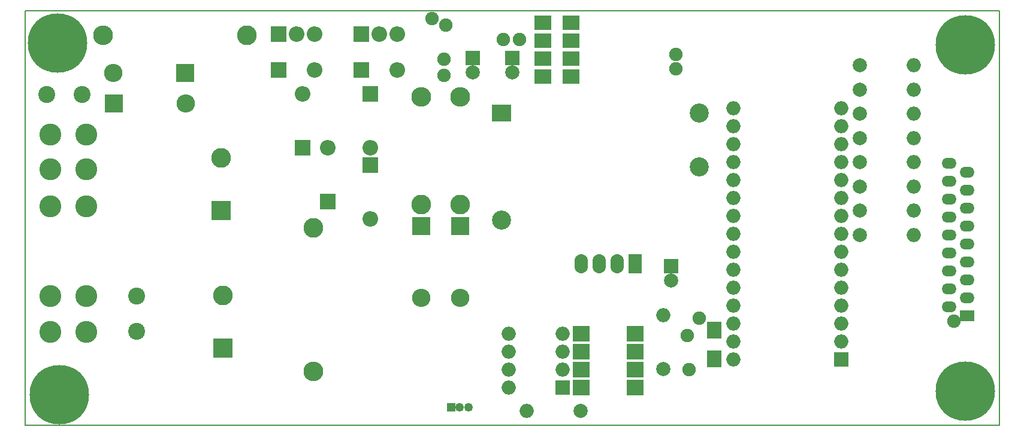
<source format=gbr>
G04 #@! TF.GenerationSoftware,KiCad,Pcbnew,5.1.5-52549c5~84~ubuntu18.04.1*
G04 #@! TF.CreationDate,2020-02-27T22:51:20+01:00*
G04 #@! TF.ProjectId,VFD,5646442e-6b69-4636-9164-5f7063625858,rev?*
G04 #@! TF.SameCoordinates,Original*
G04 #@! TF.FileFunction,Soldermask,Top*
G04 #@! TF.FilePolarity,Negative*
%FSLAX46Y46*%
G04 Gerber Fmt 4.6, Leading zero omitted, Abs format (unit mm)*
G04 Created by KiCad (PCBNEW 5.1.5-52549c5~84~ubuntu18.04.1) date 2020-02-27 22:51:20*
%MOMM*%
%LPD*%
G04 APERTURE LIST*
%ADD10C,0.150000*%
%ADD11C,1.900000*%
%ADD12O,2.800000X2.800000*%
%ADD13C,2.800000*%
%ADD14O,2.000000X2.000000*%
%ADD15R,2.000000X2.000000*%
%ADD16R,2.400000X2.180000*%
%ADD17O,1.900000X2.700000*%
%ADD18R,1.900000X2.700000*%
%ADD19R,2.400000X2.100000*%
%ADD20C,2.000000*%
%ADD21C,3.100000*%
%ADD22R,2.000000X2.400000*%
%ADD23C,2.400000*%
%ADD24O,2.600000X2.600000*%
%ADD25R,2.600000X2.600000*%
%ADD26O,2.200000X2.200000*%
%ADD27R,2.200000X2.200000*%
%ADD28C,2.700000*%
%ADD29R,2.700000X2.400000*%
%ADD30C,1.300000*%
%ADD31C,8.400000*%
%ADD32C,1.250000*%
%ADD33R,1.250000X1.250000*%
%ADD34R,2.100000X1.520000*%
%ADD35O,2.100000X1.520000*%
%ADD36R,2.800000X2.800000*%
G04 APERTURE END LIST*
D10*
X173990000Y-93472000D02*
X36322000Y-93472000D01*
X173990000Y-34798000D02*
X173990000Y-93472000D01*
X36322000Y-93472000D02*
X36322000Y-34798000D01*
X36322000Y-34798000D02*
X173990000Y-34798000D01*
D11*
X130175000Y-85598000D03*
X129921000Y-80772000D03*
X131572000Y-78359000D03*
X128295400Y-43053000D03*
X128320800Y-40995600D03*
X95504000Y-41656000D03*
X106172000Y-38862000D03*
X95504000Y-43942000D03*
X103886000Y-38862000D03*
X93853000Y-35941000D03*
X95758000Y-36830000D03*
D12*
X47371000Y-38290500D03*
D13*
X67691000Y-38290500D03*
D12*
X77089000Y-85852000D03*
D13*
X77089000Y-65532000D03*
D14*
X136398000Y-48641000D03*
X151638000Y-48641000D03*
X136398000Y-84201000D03*
X151638000Y-51181000D03*
X136398000Y-81661000D03*
X151638000Y-53721000D03*
X136398000Y-79121000D03*
X151638000Y-56261000D03*
X136398000Y-76581000D03*
X151638000Y-58801000D03*
X136398000Y-74041000D03*
X151638000Y-61341000D03*
X136398000Y-71501000D03*
X151638000Y-63881000D03*
X136398000Y-68961000D03*
X151638000Y-66421000D03*
X136398000Y-66421000D03*
X151638000Y-68961000D03*
X136398000Y-63881000D03*
X151638000Y-71501000D03*
X136398000Y-61341000D03*
X151638000Y-74041000D03*
X136398000Y-58801000D03*
X151638000Y-76581000D03*
X136398000Y-56261000D03*
X151638000Y-79121000D03*
X136398000Y-53721000D03*
X151638000Y-81661000D03*
X136398000Y-51181000D03*
D15*
X151638000Y-84201000D03*
D16*
X122555000Y-80518000D03*
X114935000Y-88138000D03*
X122555000Y-83058000D03*
X114935000Y-85598000D03*
X122555000Y-85598000D03*
X114935000Y-83058000D03*
X122555000Y-88138000D03*
X114935000Y-80518000D03*
D17*
X114935000Y-70675500D03*
X117475000Y-70675500D03*
X120015000Y-70675500D03*
D18*
X122555000Y-70675500D03*
D19*
X109480600Y-41605200D03*
X113480600Y-41605200D03*
X109480600Y-44094400D03*
X113480600Y-44094400D03*
X109480600Y-39065200D03*
X113480600Y-39065200D03*
X109480600Y-36525200D03*
X113480600Y-36525200D03*
D14*
X104648000Y-88138000D03*
X112268000Y-80518000D03*
X104648000Y-85598000D03*
X112268000Y-83058000D03*
X104648000Y-83058000D03*
X112268000Y-85598000D03*
X104648000Y-80518000D03*
D15*
X112268000Y-88138000D03*
D14*
X161925000Y-42545000D03*
D20*
X154305000Y-42545000D03*
D14*
X161925000Y-45974000D03*
D20*
X154305000Y-45974000D03*
D14*
X161925000Y-49403000D03*
D20*
X154305000Y-49403000D03*
D14*
X161925000Y-52832000D03*
D20*
X154305000Y-52832000D03*
D14*
X161925000Y-56261000D03*
D20*
X154305000Y-56261000D03*
D14*
X161925000Y-59690000D03*
D20*
X154305000Y-59690000D03*
D14*
X161925000Y-63119000D03*
D20*
X154305000Y-63119000D03*
D14*
X161925000Y-66548000D03*
D20*
X154305000Y-66548000D03*
D12*
X92329000Y-46990000D03*
D13*
X92329000Y-62230000D03*
D12*
X97790000Y-46990000D03*
D13*
X97790000Y-62230000D03*
D14*
X126492000Y-77914500D03*
D20*
X126492000Y-85534500D03*
D14*
X107188000Y-91440000D03*
D20*
X114808000Y-91440000D03*
D21*
X44958000Y-80264000D03*
X39878000Y-80264000D03*
X44958000Y-57277000D03*
X39878000Y-57277000D03*
D22*
X133731000Y-80074000D03*
X133731000Y-84074000D03*
D20*
X127635000Y-72993000D03*
D15*
X127635000Y-70993000D03*
D21*
X44958000Y-62484000D03*
X39878000Y-62484000D03*
X44958000Y-52324000D03*
X39878000Y-52324000D03*
X44958000Y-75184000D03*
X39878000Y-75184000D03*
D23*
X52133500Y-75200500D03*
X52133500Y-80200500D03*
D24*
X92329000Y-75438000D03*
D25*
X92329000Y-65278000D03*
D26*
X77216000Y-38100000D03*
X74676000Y-38100000D03*
D27*
X72136000Y-38100000D03*
D26*
X88900000Y-38100000D03*
X86360000Y-38100000D03*
D27*
X83820000Y-38100000D03*
D24*
X97790000Y-75438000D03*
D25*
X97790000Y-65278000D03*
D26*
X75565000Y-46609000D03*
D27*
X75565000Y-54229000D03*
D26*
X79121000Y-54229000D03*
D27*
X79121000Y-61849000D03*
D26*
X85090000Y-64262000D03*
D27*
X85090000Y-56642000D03*
D26*
X85090000Y-54229000D03*
D27*
X85090000Y-46609000D03*
D26*
X77216000Y-43180000D03*
D27*
X72136000Y-43180000D03*
D28*
X131632000Y-49276000D03*
D29*
X103632000Y-49276000D03*
D28*
X103632000Y-64476000D03*
X131632000Y-56876000D03*
D30*
X171285320Y-37502680D03*
X169164000Y-36624000D03*
X167042680Y-37502680D03*
X166164000Y-39624000D03*
X167042680Y-41745320D03*
X169164000Y-42624000D03*
X171285320Y-41745320D03*
X172164000Y-39624000D03*
D31*
X169164000Y-39624000D03*
D32*
X99020000Y-90932000D03*
X97770000Y-90932000D03*
D33*
X96520000Y-90932000D03*
D34*
X169418000Y-77978000D03*
D35*
X166878000Y-76708000D03*
X169418000Y-75438000D03*
X166878000Y-74168000D03*
X169418000Y-72898000D03*
X166878000Y-71628000D03*
X169418000Y-70358000D03*
X166878000Y-69088000D03*
X169418000Y-67818000D03*
X166878000Y-66548000D03*
X169418000Y-65278000D03*
X166878000Y-64008000D03*
X169418000Y-62738000D03*
X166878000Y-61468000D03*
X169418000Y-60198000D03*
X166878000Y-58928000D03*
X169418000Y-57658000D03*
X166878000Y-56388000D03*
D11*
X167618000Y-78743000D03*
D26*
X88900000Y-43180000D03*
D27*
X83820000Y-43180000D03*
D30*
X171285320Y-86524680D03*
X169164000Y-85646000D03*
X167042680Y-86524680D03*
X166164000Y-88646000D03*
X167042680Y-90767320D03*
X169164000Y-91646000D03*
X171285320Y-90767320D03*
X172164000Y-88646000D03*
D31*
X169164000Y-88646000D03*
D30*
X43015320Y-37248680D03*
X40894000Y-36370000D03*
X38772680Y-37248680D03*
X37894000Y-39370000D03*
X38772680Y-41491320D03*
X40894000Y-42370000D03*
X43015320Y-41491320D03*
X43894000Y-39370000D03*
D31*
X40894000Y-39370000D03*
D30*
X43269320Y-87032680D03*
X41148000Y-86154000D03*
X39026680Y-87032680D03*
X38148000Y-89154000D03*
X39026680Y-91275320D03*
X41148000Y-92154000D03*
X43269320Y-91275320D03*
X44148000Y-89154000D03*
D31*
X41148000Y-89154000D03*
D23*
X39386500Y-46672500D03*
X44386500Y-46672500D03*
D36*
X64262000Y-82613500D03*
D13*
X64262000Y-75113500D03*
D36*
X64008000Y-63119000D03*
D13*
X64008000Y-55619000D03*
D15*
X105156000Y-41529000D03*
D20*
X105156000Y-43529000D03*
D15*
X99568000Y-41529000D03*
D20*
X99568000Y-43529000D03*
D25*
X58991500Y-43624500D03*
D24*
X48831500Y-43624500D03*
D25*
X48895000Y-47942500D03*
D24*
X59055000Y-47942500D03*
M02*

</source>
